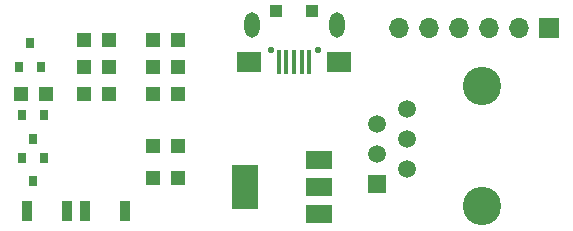
<source format=gbr>
%TF.GenerationSoftware,KiCad,Pcbnew,(5.1.9-0-10_14)*%
%TF.CreationDate,2021-04-09T15:24:22+02:00*%
%TF.ProjectId,P1_wifi,50315f77-6966-4692-9e6b-696361645f70,rev?*%
%TF.SameCoordinates,Original*%
%TF.FileFunction,Soldermask,Top*%
%TF.FilePolarity,Negative*%
%FSLAX46Y46*%
G04 Gerber Fmt 4.6, Leading zero omitted, Abs format (unit mm)*
G04 Created by KiCad (PCBNEW (5.1.9-0-10_14)) date 2021-04-09 15:24:22*
%MOMM*%
%LPD*%
G01*
G04 APERTURE LIST*
%ADD10R,0.900000X1.700000*%
%ADD11R,0.800000X0.900000*%
%ADD12R,2.200000X3.800000*%
%ADD13R,2.200000X1.500000*%
%ADD14R,1.200000X1.200000*%
%ADD15O,1.700000X1.700000*%
%ADD16R,1.700000X1.700000*%
%ADD17R,0.400000X2.150000*%
%ADD18R,1.000000X1.000000*%
%ADD19C,0.550000*%
%ADD20O,1.300000X2.150000*%
%ADD21R,2.000000X1.800000*%
%ADD22R,1.520000X1.520000*%
%ADD23C,3.250000*%
%ADD24C,1.520000*%
G04 APERTURE END LIST*
D10*
%TO.C,RST1*%
X9349000Y2540000D03*
X12749000Y2540000D03*
%TD*%
D11*
%TO.C,Q3*%
X9906000Y8652000D03*
X8956000Y10652000D03*
X10856000Y10652000D03*
%TD*%
%TO.C,Q2*%
X9652000Y16748000D03*
X10602000Y14748000D03*
X8702000Y14748000D03*
%TD*%
%TO.C,Q1*%
X9906000Y5019800D03*
X8956000Y7019800D03*
X10856000Y7019800D03*
%TD*%
D10*
%TO.C,PROG1*%
X17702000Y2540000D03*
X14302000Y2540000D03*
%TD*%
D12*
%TO.C,U2*%
X27838000Y4572000D03*
D13*
X34138000Y2272000D03*
X34138000Y4572000D03*
X34138000Y6872000D03*
%TD*%
D14*
%TO.C,R8*%
X20066000Y5334000D03*
X22166000Y5334000D03*
%TD*%
%TO.C,R7*%
X20032000Y8001000D03*
X22132000Y8001000D03*
%TD*%
%TO.C,R6*%
X14190000Y12446000D03*
X16290000Y12446000D03*
%TD*%
%TO.C,R5*%
X10956000Y12446000D03*
X8856000Y12446000D03*
%TD*%
%TO.C,R4*%
X22132000Y14732000D03*
X20032000Y14732000D03*
%TD*%
%TO.C,R3*%
X16290000Y17018000D03*
X14190000Y17018000D03*
%TD*%
%TO.C,R2*%
X14190000Y14732000D03*
X16290000Y14732000D03*
%TD*%
%TO.C,R1*%
X22132000Y12446000D03*
X20032000Y12446000D03*
%TD*%
D15*
%TO.C,J3*%
X40894000Y18034000D03*
X43434000Y18034000D03*
X45974000Y18034000D03*
X48514000Y18034000D03*
X51054000Y18034000D03*
D16*
X53594000Y18034000D03*
%TD*%
D17*
%TO.C,J2*%
X30704000Y15128000D03*
X31354000Y15128000D03*
X32004000Y15128000D03*
X32654000Y15128000D03*
D18*
X30504000Y19438000D03*
D19*
X30004000Y16138000D03*
X34004000Y16138000D03*
D20*
X28404000Y18288000D03*
D21*
X28204000Y15128000D03*
D20*
X35604000Y18288000D03*
D21*
X35804000Y15128000D03*
D17*
X33304000Y15128000D03*
D18*
X33504000Y19438000D03*
%TD*%
D22*
%TO.C,J1*%
X38989000Y4826000D03*
D23*
X47879000Y2916000D03*
D24*
X41529000Y6096000D03*
X38989000Y7366000D03*
X41529000Y8636000D03*
X38989000Y9906000D03*
X41529000Y11176000D03*
D23*
X47879000Y13076000D03*
%TD*%
D14*
%TO.C,C1*%
X20032000Y17018000D03*
X22132000Y17018000D03*
%TD*%
M02*

</source>
